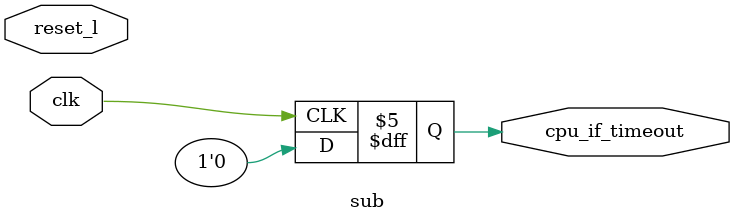
<source format=v>

module t
  (
   input wire reset_l,
   input wire clk
   );

   sub sub_I
     (
      .clk(clk),
      .reset_l(reset_l),
      .cpu_if_timeout(1'b0)
      );
endmodule

module sub
  (
   input wire   clk, reset_l,
   output reg   cpu_if_timeout
   );

   always @(posedge clk) begin
      if (!reset_l) begin
         cpu_if_timeout <= 1'b0;
      end
      else begin
         cpu_if_timeout <= 1'b0;
      end
   end
endmodule

</source>
